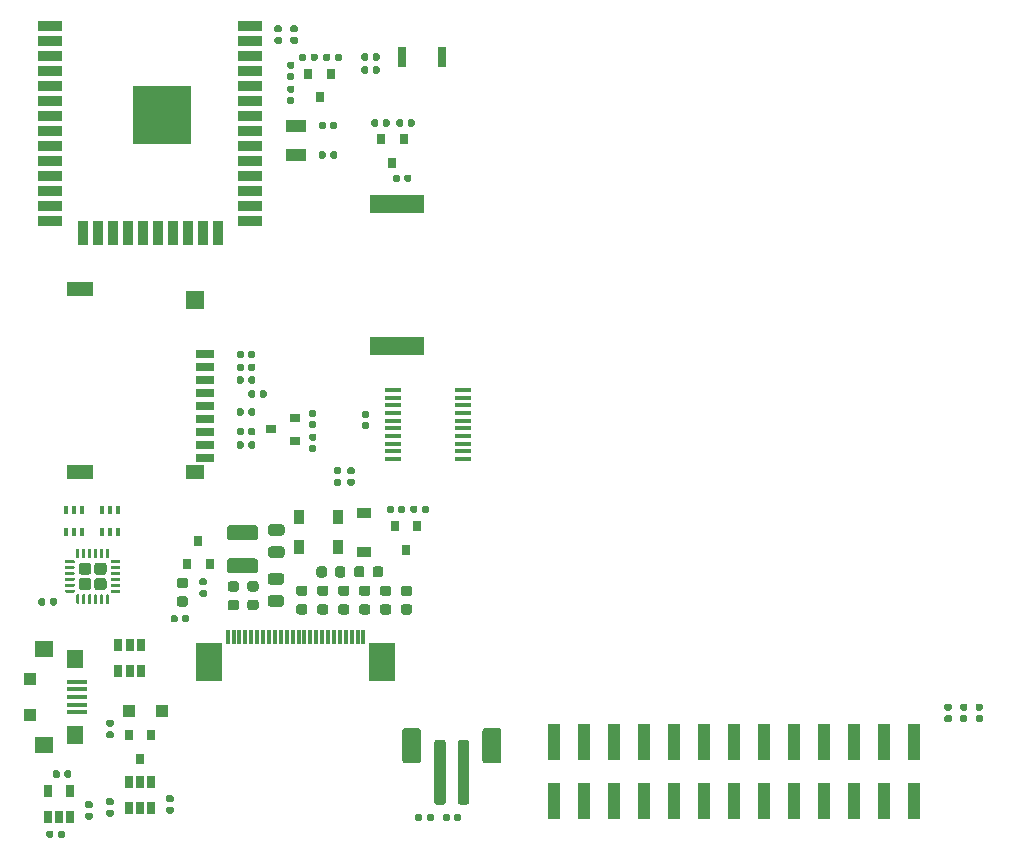
<source format=gbp>
G04 #@! TF.GenerationSoftware,KiCad,Pcbnew,5.99.0-unknown-711fc99~101~ubuntu18.04.1*
G04 #@! TF.CreationDate,2020-06-08T21:24:47+05:30*
G04 #@! TF.ProjectId,paperd.ink_main_pcb,70617065-7264-42e6-996e-6b5f6d61696e,rev?*
G04 #@! TF.SameCoordinates,Original*
G04 #@! TF.FileFunction,Paste,Bot*
G04 #@! TF.FilePolarity,Positive*
%FSLAX46Y46*%
G04 Gerber Fmt 4.6, Leading zero omitted, Abs format (unit mm)*
G04 Created by KiCad (PCBNEW 5.99.0-unknown-711fc99~101~ubuntu18.04.1) date 2020-06-08 21:24:47*
%MOMM*%
%LPD*%
G01*
G04 APERTURE LIST*
%ADD10R,4.600000X1.600000*%
%ADD11R,2.000000X0.900000*%
%ADD12R,0.900000X2.000000*%
%ADD13R,5.000000X5.000000*%
%ADD14R,2.200000X3.300000*%
%ADD15R,0.300000X1.300000*%
%ADD16R,0.650000X1.800000*%
%ADD17R,1.800000X1.000000*%
%ADD18R,0.800000X0.900000*%
%ADD19R,1.450000X0.450000*%
%ADD20R,1.600000X0.700000*%
%ADD21R,1.500000X1.200000*%
%ADD22R,1.500000X1.600000*%
%ADD23R,2.200000X1.200000*%
%ADD24R,0.900000X1.200000*%
%ADD25R,0.650000X1.060000*%
%ADD26R,0.400000X0.650000*%
%ADD27R,0.900000X0.800000*%
%ADD28R,1.000000X1.100000*%
%ADD29R,1.500000X1.350000*%
%ADD30R,1.400000X1.500000*%
%ADD31R,1.800000X0.400000*%
%ADD32R,1.100000X1.100000*%
%ADD33R,1.200000X0.900000*%
%ADD34R,1.000000X3.150000*%
G04 APERTURE END LIST*
D10*
X134042000Y-85850000D03*
X134042000Y-97840000D03*
D11*
X104630000Y-70815000D03*
X104630000Y-72085000D03*
X104630000Y-73355000D03*
X104630000Y-74625000D03*
X104630000Y-75895000D03*
X104630000Y-77165000D03*
X104630000Y-78435000D03*
X104630000Y-79705000D03*
X104630000Y-80975000D03*
X104630000Y-82245000D03*
X104630000Y-83515000D03*
X104630000Y-84785000D03*
X104630000Y-86055000D03*
X104630000Y-87325000D03*
D12*
X107415000Y-88325000D03*
X108685000Y-88325000D03*
X109955000Y-88325000D03*
X111225000Y-88325000D03*
X112495000Y-88325000D03*
X113765000Y-88325000D03*
X115035000Y-88325000D03*
X116305000Y-88325000D03*
X117575000Y-88325000D03*
X118845000Y-88325000D03*
D11*
X121630000Y-87325000D03*
X121630000Y-86055000D03*
X121630000Y-84785000D03*
X121630000Y-83515000D03*
X121630000Y-82245000D03*
X121630000Y-80975000D03*
X121630000Y-79705000D03*
X121630000Y-78435000D03*
X121630000Y-77165000D03*
X121630000Y-75895000D03*
X121630000Y-74625000D03*
X121630000Y-73355000D03*
X121630000Y-72085000D03*
X121630000Y-70815000D03*
D13*
X114130000Y-78315000D03*
D14*
X132796000Y-124650000D03*
D15*
X119696000Y-122480000D03*
D14*
X118096000Y-124650000D03*
D15*
X120196000Y-122480000D03*
X120696000Y-122480000D03*
X121196000Y-122480000D03*
X121696000Y-122480000D03*
X122196000Y-122480000D03*
X122696000Y-122480000D03*
X123196000Y-122480000D03*
X123696000Y-122480000D03*
X124196000Y-122480000D03*
X124696000Y-122480000D03*
X125196000Y-122480000D03*
X125696000Y-122480000D03*
X126196000Y-122480000D03*
X126696000Y-122480000D03*
X127196000Y-122480000D03*
X127696000Y-122480000D03*
X128196000Y-122480000D03*
X128696000Y-122480000D03*
X129196000Y-122480000D03*
X129696000Y-122480000D03*
X130196000Y-122480000D03*
X130696000Y-122480000D03*
X131196000Y-122480000D03*
D16*
X134425000Y-73390000D03*
X137875000Y-73390000D03*
D17*
X125510000Y-79210000D03*
X125510000Y-81710000D03*
D18*
X117210000Y-114370000D03*
X116260000Y-116370000D03*
X118160000Y-116370000D03*
G36*
G01*
X115603750Y-119070000D02*
X116116250Y-119070000D01*
G75*
G02*
X116335000Y-119288750I0J-218750D01*
G01*
X116335000Y-119726250D01*
G75*
G02*
X116116250Y-119945000I-218750J0D01*
G01*
X115603750Y-119945000D01*
G75*
G02*
X115385000Y-119726250I0J218750D01*
G01*
X115385000Y-119288750D01*
G75*
G02*
X115603750Y-119070000I218750J0D01*
G01*
G37*
G36*
G01*
X115603750Y-117495000D02*
X116116250Y-117495000D01*
G75*
G02*
X116335000Y-117713750I0J-218750D01*
G01*
X116335000Y-118151250D01*
G75*
G02*
X116116250Y-118370000I-218750J0D01*
G01*
X115603750Y-118370000D01*
G75*
G02*
X115385000Y-118151250I0J218750D01*
G01*
X115385000Y-117713750D01*
G75*
G02*
X115603750Y-117495000I218750J0D01*
G01*
G37*
G36*
G01*
X125713750Y-119732500D02*
X126226250Y-119732500D01*
G75*
G02*
X126445000Y-119951250I0J-218750D01*
G01*
X126445000Y-120388750D01*
G75*
G02*
X126226250Y-120607500I-218750J0D01*
G01*
X125713750Y-120607500D01*
G75*
G02*
X125495000Y-120388750I0J218750D01*
G01*
X125495000Y-119951250D01*
G75*
G02*
X125713750Y-119732500I218750J0D01*
G01*
G37*
G36*
G01*
X125713750Y-118157500D02*
X126226250Y-118157500D01*
G75*
G02*
X126445000Y-118376250I0J-218750D01*
G01*
X126445000Y-118813750D01*
G75*
G02*
X126226250Y-119032500I-218750J0D01*
G01*
X125713750Y-119032500D01*
G75*
G02*
X125495000Y-118813750I0J218750D01*
G01*
X125495000Y-118376250D01*
G75*
G02*
X125713750Y-118157500I218750J0D01*
G01*
G37*
G36*
G01*
X122096250Y-118660000D02*
X121583750Y-118660000D01*
G75*
G02*
X121365000Y-118441250I0J218750D01*
G01*
X121365000Y-118003750D01*
G75*
G02*
X121583750Y-117785000I218750J0D01*
G01*
X122096250Y-117785000D01*
G75*
G02*
X122315000Y-118003750I0J-218750D01*
G01*
X122315000Y-118441250D01*
G75*
G02*
X122096250Y-118660000I-218750J0D01*
G01*
G37*
G36*
G01*
X122096250Y-120235000D02*
X121583750Y-120235000D01*
G75*
G02*
X121365000Y-120016250I0J218750D01*
G01*
X121365000Y-119578750D01*
G75*
G02*
X121583750Y-119360000I218750J0D01*
G01*
X122096250Y-119360000D01*
G75*
G02*
X122315000Y-119578750I0J-218750D01*
G01*
X122315000Y-120016250D01*
G75*
G02*
X122096250Y-120235000I-218750J0D01*
G01*
G37*
G36*
G01*
X131548250Y-119032500D02*
X131035750Y-119032500D01*
G75*
G02*
X130817000Y-118813750I0J218750D01*
G01*
X130817000Y-118376250D01*
G75*
G02*
X131035750Y-118157500I218750J0D01*
G01*
X131548250Y-118157500D01*
G75*
G02*
X131767000Y-118376250I0J-218750D01*
G01*
X131767000Y-118813750D01*
G75*
G02*
X131548250Y-119032500I-218750J0D01*
G01*
G37*
G36*
G01*
X131548250Y-120607500D02*
X131035750Y-120607500D01*
G75*
G02*
X130817000Y-120388750I0J218750D01*
G01*
X130817000Y-119951250D01*
G75*
G02*
X131035750Y-119732500I218750J0D01*
G01*
X131548250Y-119732500D01*
G75*
G02*
X131767000Y-119951250I0J-218750D01*
G01*
X131767000Y-120388750D01*
G75*
G02*
X131548250Y-120607500I-218750J0D01*
G01*
G37*
G36*
G01*
X128000250Y-119032500D02*
X127487750Y-119032500D01*
G75*
G02*
X127269000Y-118813750I0J218750D01*
G01*
X127269000Y-118376250D01*
G75*
G02*
X127487750Y-118157500I218750J0D01*
G01*
X128000250Y-118157500D01*
G75*
G02*
X128219000Y-118376250I0J-218750D01*
G01*
X128219000Y-118813750D01*
G75*
G02*
X128000250Y-119032500I-218750J0D01*
G01*
G37*
G36*
G01*
X128000250Y-120607500D02*
X127487750Y-120607500D01*
G75*
G02*
X127269000Y-120388750I0J218750D01*
G01*
X127269000Y-119951250D01*
G75*
G02*
X127487750Y-119732500I218750J0D01*
G01*
X128000250Y-119732500D01*
G75*
G02*
X128219000Y-119951250I0J-218750D01*
G01*
X128219000Y-120388750D01*
G75*
G02*
X128000250Y-120607500I-218750J0D01*
G01*
G37*
G36*
G01*
X129774250Y-119032500D02*
X129261750Y-119032500D01*
G75*
G02*
X129043000Y-118813750I0J218750D01*
G01*
X129043000Y-118376250D01*
G75*
G02*
X129261750Y-118157500I218750J0D01*
G01*
X129774250Y-118157500D01*
G75*
G02*
X129993000Y-118376250I0J-218750D01*
G01*
X129993000Y-118813750D01*
G75*
G02*
X129774250Y-119032500I-218750J0D01*
G01*
G37*
G36*
G01*
X129774250Y-120607500D02*
X129261750Y-120607500D01*
G75*
G02*
X129043000Y-120388750I0J218750D01*
G01*
X129043000Y-119951250D01*
G75*
G02*
X129261750Y-119732500I218750J0D01*
G01*
X129774250Y-119732500D01*
G75*
G02*
X129993000Y-119951250I0J-218750D01*
G01*
X129993000Y-120388750D01*
G75*
G02*
X129774250Y-120607500I-218750J0D01*
G01*
G37*
G36*
G01*
X131980000Y-117246250D02*
X131980000Y-116733750D01*
G75*
G02*
X132198750Y-116515000I218750J0D01*
G01*
X132636250Y-116515000D01*
G75*
G02*
X132855000Y-116733750I0J-218750D01*
G01*
X132855000Y-117246250D01*
G75*
G02*
X132636250Y-117465000I-218750J0D01*
G01*
X132198750Y-117465000D01*
G75*
G02*
X131980000Y-117246250I0J218750D01*
G01*
G37*
G36*
G01*
X130405000Y-117246250D02*
X130405000Y-116733750D01*
G75*
G02*
X130623750Y-116515000I218750J0D01*
G01*
X131061250Y-116515000D01*
G75*
G02*
X131280000Y-116733750I0J-218750D01*
G01*
X131280000Y-117246250D01*
G75*
G02*
X131061250Y-117465000I-218750J0D01*
G01*
X130623750Y-117465000D01*
G75*
G02*
X130405000Y-117246250I0J218750D01*
G01*
G37*
G36*
G01*
X128790000Y-117256250D02*
X128790000Y-116743750D01*
G75*
G02*
X129008750Y-116525000I218750J0D01*
G01*
X129446250Y-116525000D01*
G75*
G02*
X129665000Y-116743750I0J-218750D01*
G01*
X129665000Y-117256250D01*
G75*
G02*
X129446250Y-117475000I-218750J0D01*
G01*
X129008750Y-117475000D01*
G75*
G02*
X128790000Y-117256250I0J218750D01*
G01*
G37*
G36*
G01*
X127215000Y-117256250D02*
X127215000Y-116743750D01*
G75*
G02*
X127433750Y-116525000I218750J0D01*
G01*
X127871250Y-116525000D01*
G75*
G02*
X128090000Y-116743750I0J-218750D01*
G01*
X128090000Y-117256250D01*
G75*
G02*
X127871250Y-117475000I-218750J0D01*
G01*
X127433750Y-117475000D01*
G75*
G02*
X127215000Y-117256250I0J218750D01*
G01*
G37*
G36*
G01*
X135096250Y-119032500D02*
X134583750Y-119032500D01*
G75*
G02*
X134365000Y-118813750I0J218750D01*
G01*
X134365000Y-118376250D01*
G75*
G02*
X134583750Y-118157500I218750J0D01*
G01*
X135096250Y-118157500D01*
G75*
G02*
X135315000Y-118376250I0J-218750D01*
G01*
X135315000Y-118813750D01*
G75*
G02*
X135096250Y-119032500I-218750J0D01*
G01*
G37*
G36*
G01*
X135096250Y-120607500D02*
X134583750Y-120607500D01*
G75*
G02*
X134365000Y-120388750I0J218750D01*
G01*
X134365000Y-119951250D01*
G75*
G02*
X134583750Y-119732500I218750J0D01*
G01*
X135096250Y-119732500D01*
G75*
G02*
X135315000Y-119951250I0J-218750D01*
G01*
X135315000Y-120388750D01*
G75*
G02*
X135096250Y-120607500I-218750J0D01*
G01*
G37*
G36*
G01*
X133322250Y-119032500D02*
X132809750Y-119032500D01*
G75*
G02*
X132591000Y-118813750I0J218750D01*
G01*
X132591000Y-118376250D01*
G75*
G02*
X132809750Y-118157500I218750J0D01*
G01*
X133322250Y-118157500D01*
G75*
G02*
X133541000Y-118376250I0J-218750D01*
G01*
X133541000Y-118813750D01*
G75*
G02*
X133322250Y-119032500I-218750J0D01*
G01*
G37*
G36*
G01*
X133322250Y-120607500D02*
X132809750Y-120607500D01*
G75*
G02*
X132591000Y-120388750I0J218750D01*
G01*
X132591000Y-119951250D01*
G75*
G02*
X132809750Y-119732500I218750J0D01*
G01*
X133322250Y-119732500D01*
G75*
G02*
X133541000Y-119951250I0J-218750D01*
G01*
X133541000Y-120388750D01*
G75*
G02*
X133322250Y-120607500I-218750J0D01*
G01*
G37*
G36*
G01*
X120436250Y-118680000D02*
X119923750Y-118680000D01*
G75*
G02*
X119705000Y-118461250I0J218750D01*
G01*
X119705000Y-118023750D01*
G75*
G02*
X119923750Y-117805000I218750J0D01*
G01*
X120436250Y-117805000D01*
G75*
G02*
X120655000Y-118023750I0J-218750D01*
G01*
X120655000Y-118461250D01*
G75*
G02*
X120436250Y-118680000I-218750J0D01*
G01*
G37*
G36*
G01*
X120436250Y-120255000D02*
X119923750Y-120255000D01*
G75*
G02*
X119705000Y-120036250I0J218750D01*
G01*
X119705000Y-119598750D01*
G75*
G02*
X119923750Y-119380000I218750J0D01*
G01*
X120436250Y-119380000D01*
G75*
G02*
X120655000Y-119598750I0J-218750D01*
G01*
X120655000Y-120036250D01*
G75*
G02*
X120436250Y-120255000I-218750J0D01*
G01*
G37*
G36*
G01*
X124266250Y-113945000D02*
X123353750Y-113945000D01*
G75*
G02*
X123110000Y-113701250I0J243750D01*
G01*
X123110000Y-113213750D01*
G75*
G02*
X123353750Y-112970000I243750J0D01*
G01*
X124266250Y-112970000D01*
G75*
G02*
X124510000Y-113213750I0J-243750D01*
G01*
X124510000Y-113701250D01*
G75*
G02*
X124266250Y-113945000I-243750J0D01*
G01*
G37*
G36*
G01*
X124266250Y-115820000D02*
X123353750Y-115820000D01*
G75*
G02*
X123110000Y-115576250I0J243750D01*
G01*
X123110000Y-115088750D01*
G75*
G02*
X123353750Y-114845000I243750J0D01*
G01*
X124266250Y-114845000D01*
G75*
G02*
X124510000Y-115088750I0J-243750D01*
G01*
X124510000Y-115576250D01*
G75*
G02*
X124266250Y-115820000I-243750J0D01*
G01*
G37*
G36*
G01*
X124236250Y-118075000D02*
X123323750Y-118075000D01*
G75*
G02*
X123080000Y-117831250I0J243750D01*
G01*
X123080000Y-117343750D01*
G75*
G02*
X123323750Y-117100000I243750J0D01*
G01*
X124236250Y-117100000D01*
G75*
G02*
X124480000Y-117343750I0J-243750D01*
G01*
X124480000Y-117831250D01*
G75*
G02*
X124236250Y-118075000I-243750J0D01*
G01*
G37*
G36*
G01*
X124236250Y-119950000D02*
X123323750Y-119950000D01*
G75*
G02*
X123080000Y-119706250I0J243750D01*
G01*
X123080000Y-119218750D01*
G75*
G02*
X123323750Y-118975000I243750J0D01*
G01*
X124236250Y-118975000D01*
G75*
G02*
X124480000Y-119218750I0J-243750D01*
G01*
X124480000Y-119706250D01*
G75*
G02*
X124236250Y-119950000I-243750J0D01*
G01*
G37*
G36*
G01*
X131197500Y-104340000D02*
X131542500Y-104340000D01*
G75*
G02*
X131690000Y-104487500I0J-147500D01*
G01*
X131690000Y-104782500D01*
G75*
G02*
X131542500Y-104930000I-147500J0D01*
G01*
X131197500Y-104930000D01*
G75*
G02*
X131050000Y-104782500I0J147500D01*
G01*
X131050000Y-104487500D01*
G75*
G02*
X131197500Y-104340000I147500J0D01*
G01*
G37*
G36*
G01*
X131197500Y-103370000D02*
X131542500Y-103370000D01*
G75*
G02*
X131690000Y-103517500I0J-147500D01*
G01*
X131690000Y-103812500D01*
G75*
G02*
X131542500Y-103960000I-147500J0D01*
G01*
X131197500Y-103960000D01*
G75*
G02*
X131050000Y-103812500I0J147500D01*
G01*
X131050000Y-103517500D01*
G75*
G02*
X131197500Y-103370000I147500J0D01*
G01*
G37*
D19*
X139610000Y-107455000D03*
X139610000Y-106805000D03*
X139610000Y-106155000D03*
X139610000Y-105505000D03*
X139610000Y-104855000D03*
X139610000Y-104205000D03*
X139610000Y-103555000D03*
X139610000Y-102905000D03*
X139610000Y-102255000D03*
X139610000Y-101605000D03*
X133710000Y-101605000D03*
X133710000Y-102255000D03*
X133710000Y-102905000D03*
X133710000Y-103555000D03*
X133710000Y-104205000D03*
X133710000Y-104855000D03*
X133710000Y-105505000D03*
X133710000Y-106155000D03*
X133710000Y-106805000D03*
X133710000Y-107455000D03*
D20*
X117810000Y-100756000D03*
X117810000Y-99656000D03*
X117810000Y-98556000D03*
X117810000Y-101856000D03*
X117810000Y-102956000D03*
X117810000Y-104056000D03*
X117810000Y-106256000D03*
X117810000Y-105156000D03*
X117810000Y-107356000D03*
D21*
X116910000Y-108556000D03*
D22*
X116940000Y-93986000D03*
D23*
X107220000Y-108556000D03*
X107230000Y-93076000D03*
G36*
G01*
X128385000Y-81872500D02*
X128385000Y-81527500D01*
G75*
G02*
X128532500Y-81380000I147500J0D01*
G01*
X128827500Y-81380000D01*
G75*
G02*
X128975000Y-81527500I0J-147500D01*
G01*
X128975000Y-81872500D01*
G75*
G02*
X128827500Y-82020000I-147500J0D01*
G01*
X128532500Y-82020000D01*
G75*
G02*
X128385000Y-81872500I0J147500D01*
G01*
G37*
G36*
G01*
X127415000Y-81872500D02*
X127415000Y-81527500D01*
G75*
G02*
X127562500Y-81380000I147500J0D01*
G01*
X127857500Y-81380000D01*
G75*
G02*
X128005000Y-81527500I0J-147500D01*
G01*
X128005000Y-81872500D01*
G75*
G02*
X127857500Y-82020000I-147500J0D01*
G01*
X127562500Y-82020000D01*
G75*
G02*
X127415000Y-81872500I0J147500D01*
G01*
G37*
D24*
X129060000Y-112310000D03*
X125760000Y-112310000D03*
G36*
G01*
X110557500Y-118755000D02*
X109857500Y-118755000D01*
G75*
G02*
X109795000Y-118692500I0J62500D01*
G01*
X109795000Y-118567500D01*
G75*
G02*
X109857500Y-118505000I62500J0D01*
G01*
X110557500Y-118505000D01*
G75*
G02*
X110620000Y-118567500I0J-62500D01*
G01*
X110620000Y-118692500D01*
G75*
G02*
X110557500Y-118755000I-62500J0D01*
G01*
G37*
G36*
G01*
X110557500Y-118255000D02*
X109857500Y-118255000D01*
G75*
G02*
X109795000Y-118192500I0J62500D01*
G01*
X109795000Y-118067500D01*
G75*
G02*
X109857500Y-118005000I62500J0D01*
G01*
X110557500Y-118005000D01*
G75*
G02*
X110620000Y-118067500I0J-62500D01*
G01*
X110620000Y-118192500D01*
G75*
G02*
X110557500Y-118255000I-62500J0D01*
G01*
G37*
G36*
G01*
X110557500Y-117755000D02*
X109857500Y-117755000D01*
G75*
G02*
X109795000Y-117692500I0J62500D01*
G01*
X109795000Y-117567500D01*
G75*
G02*
X109857500Y-117505000I62500J0D01*
G01*
X110557500Y-117505000D01*
G75*
G02*
X110620000Y-117567500I0J-62500D01*
G01*
X110620000Y-117692500D01*
G75*
G02*
X110557500Y-117755000I-62500J0D01*
G01*
G37*
G36*
G01*
X110557500Y-117255000D02*
X109857500Y-117255000D01*
G75*
G02*
X109795000Y-117192500I0J62500D01*
G01*
X109795000Y-117067500D01*
G75*
G02*
X109857500Y-117005000I62500J0D01*
G01*
X110557500Y-117005000D01*
G75*
G02*
X110620000Y-117067500I0J-62500D01*
G01*
X110620000Y-117192500D01*
G75*
G02*
X110557500Y-117255000I-62500J0D01*
G01*
G37*
G36*
G01*
X110557500Y-116755000D02*
X109857500Y-116755000D01*
G75*
G02*
X109795000Y-116692500I0J62500D01*
G01*
X109795000Y-116567500D01*
G75*
G02*
X109857500Y-116505000I62500J0D01*
G01*
X110557500Y-116505000D01*
G75*
G02*
X110620000Y-116567500I0J-62500D01*
G01*
X110620000Y-116692500D01*
G75*
G02*
X110557500Y-116755000I-62500J0D01*
G01*
G37*
G36*
G01*
X110557500Y-116255000D02*
X109857500Y-116255000D01*
G75*
G02*
X109795000Y-116192500I0J62500D01*
G01*
X109795000Y-116067500D01*
G75*
G02*
X109857500Y-116005000I62500J0D01*
G01*
X110557500Y-116005000D01*
G75*
G02*
X110620000Y-116067500I0J-62500D01*
G01*
X110620000Y-116192500D01*
G75*
G02*
X110557500Y-116255000I-62500J0D01*
G01*
G37*
G36*
G01*
X109582500Y-115855000D02*
X109457500Y-115855000D01*
G75*
G02*
X109395000Y-115792500I0J62500D01*
G01*
X109395000Y-115092500D01*
G75*
G02*
X109457500Y-115030000I62500J0D01*
G01*
X109582500Y-115030000D01*
G75*
G02*
X109645000Y-115092500I0J-62500D01*
G01*
X109645000Y-115792500D01*
G75*
G02*
X109582500Y-115855000I-62500J0D01*
G01*
G37*
G36*
G01*
X109082500Y-115855000D02*
X108957500Y-115855000D01*
G75*
G02*
X108895000Y-115792500I0J62500D01*
G01*
X108895000Y-115092500D01*
G75*
G02*
X108957500Y-115030000I62500J0D01*
G01*
X109082500Y-115030000D01*
G75*
G02*
X109145000Y-115092500I0J-62500D01*
G01*
X109145000Y-115792500D01*
G75*
G02*
X109082500Y-115855000I-62500J0D01*
G01*
G37*
G36*
G01*
X108582500Y-115855000D02*
X108457500Y-115855000D01*
G75*
G02*
X108395000Y-115792500I0J62500D01*
G01*
X108395000Y-115092500D01*
G75*
G02*
X108457500Y-115030000I62500J0D01*
G01*
X108582500Y-115030000D01*
G75*
G02*
X108645000Y-115092500I0J-62500D01*
G01*
X108645000Y-115792500D01*
G75*
G02*
X108582500Y-115855000I-62500J0D01*
G01*
G37*
G36*
G01*
X108082500Y-115855000D02*
X107957500Y-115855000D01*
G75*
G02*
X107895000Y-115792500I0J62500D01*
G01*
X107895000Y-115092500D01*
G75*
G02*
X107957500Y-115030000I62500J0D01*
G01*
X108082500Y-115030000D01*
G75*
G02*
X108145000Y-115092500I0J-62500D01*
G01*
X108145000Y-115792500D01*
G75*
G02*
X108082500Y-115855000I-62500J0D01*
G01*
G37*
G36*
G01*
X107582500Y-115855000D02*
X107457500Y-115855000D01*
G75*
G02*
X107395000Y-115792500I0J62500D01*
G01*
X107395000Y-115092500D01*
G75*
G02*
X107457500Y-115030000I62500J0D01*
G01*
X107582500Y-115030000D01*
G75*
G02*
X107645000Y-115092500I0J-62500D01*
G01*
X107645000Y-115792500D01*
G75*
G02*
X107582500Y-115855000I-62500J0D01*
G01*
G37*
G36*
G01*
X107082500Y-115855000D02*
X106957500Y-115855000D01*
G75*
G02*
X106895000Y-115792500I0J62500D01*
G01*
X106895000Y-115092500D01*
G75*
G02*
X106957500Y-115030000I62500J0D01*
G01*
X107082500Y-115030000D01*
G75*
G02*
X107145000Y-115092500I0J-62500D01*
G01*
X107145000Y-115792500D01*
G75*
G02*
X107082500Y-115855000I-62500J0D01*
G01*
G37*
G36*
G01*
X106682500Y-116255000D02*
X105982500Y-116255000D01*
G75*
G02*
X105920000Y-116192500I0J62500D01*
G01*
X105920000Y-116067500D01*
G75*
G02*
X105982500Y-116005000I62500J0D01*
G01*
X106682500Y-116005000D01*
G75*
G02*
X106745000Y-116067500I0J-62500D01*
G01*
X106745000Y-116192500D01*
G75*
G02*
X106682500Y-116255000I-62500J0D01*
G01*
G37*
G36*
G01*
X106682500Y-116755000D02*
X105982500Y-116755000D01*
G75*
G02*
X105920000Y-116692500I0J62500D01*
G01*
X105920000Y-116567500D01*
G75*
G02*
X105982500Y-116505000I62500J0D01*
G01*
X106682500Y-116505000D01*
G75*
G02*
X106745000Y-116567500I0J-62500D01*
G01*
X106745000Y-116692500D01*
G75*
G02*
X106682500Y-116755000I-62500J0D01*
G01*
G37*
G36*
G01*
X106682500Y-117255000D02*
X105982500Y-117255000D01*
G75*
G02*
X105920000Y-117192500I0J62500D01*
G01*
X105920000Y-117067500D01*
G75*
G02*
X105982500Y-117005000I62500J0D01*
G01*
X106682500Y-117005000D01*
G75*
G02*
X106745000Y-117067500I0J-62500D01*
G01*
X106745000Y-117192500D01*
G75*
G02*
X106682500Y-117255000I-62500J0D01*
G01*
G37*
G36*
G01*
X106682500Y-117755000D02*
X105982500Y-117755000D01*
G75*
G02*
X105920000Y-117692500I0J62500D01*
G01*
X105920000Y-117567500D01*
G75*
G02*
X105982500Y-117505000I62500J0D01*
G01*
X106682500Y-117505000D01*
G75*
G02*
X106745000Y-117567500I0J-62500D01*
G01*
X106745000Y-117692500D01*
G75*
G02*
X106682500Y-117755000I-62500J0D01*
G01*
G37*
G36*
G01*
X106682500Y-118255000D02*
X105982500Y-118255000D01*
G75*
G02*
X105920000Y-118192500I0J62500D01*
G01*
X105920000Y-118067500D01*
G75*
G02*
X105982500Y-118005000I62500J0D01*
G01*
X106682500Y-118005000D01*
G75*
G02*
X106745000Y-118067500I0J-62500D01*
G01*
X106745000Y-118192500D01*
G75*
G02*
X106682500Y-118255000I-62500J0D01*
G01*
G37*
G36*
G01*
X106682500Y-118755000D02*
X105982500Y-118755000D01*
G75*
G02*
X105920000Y-118692500I0J62500D01*
G01*
X105920000Y-118567500D01*
G75*
G02*
X105982500Y-118505000I62500J0D01*
G01*
X106682500Y-118505000D01*
G75*
G02*
X106745000Y-118567500I0J-62500D01*
G01*
X106745000Y-118692500D01*
G75*
G02*
X106682500Y-118755000I-62500J0D01*
G01*
G37*
G36*
G01*
X107082500Y-119730000D02*
X106957500Y-119730000D01*
G75*
G02*
X106895000Y-119667500I0J62500D01*
G01*
X106895000Y-118967500D01*
G75*
G02*
X106957500Y-118905000I62500J0D01*
G01*
X107082500Y-118905000D01*
G75*
G02*
X107145000Y-118967500I0J-62500D01*
G01*
X107145000Y-119667500D01*
G75*
G02*
X107082500Y-119730000I-62500J0D01*
G01*
G37*
G36*
G01*
X107582500Y-119730000D02*
X107457500Y-119730000D01*
G75*
G02*
X107395000Y-119667500I0J62500D01*
G01*
X107395000Y-118967500D01*
G75*
G02*
X107457500Y-118905000I62500J0D01*
G01*
X107582500Y-118905000D01*
G75*
G02*
X107645000Y-118967500I0J-62500D01*
G01*
X107645000Y-119667500D01*
G75*
G02*
X107582500Y-119730000I-62500J0D01*
G01*
G37*
G36*
G01*
X108082500Y-119730000D02*
X107957500Y-119730000D01*
G75*
G02*
X107895000Y-119667500I0J62500D01*
G01*
X107895000Y-118967500D01*
G75*
G02*
X107957500Y-118905000I62500J0D01*
G01*
X108082500Y-118905000D01*
G75*
G02*
X108145000Y-118967500I0J-62500D01*
G01*
X108145000Y-119667500D01*
G75*
G02*
X108082500Y-119730000I-62500J0D01*
G01*
G37*
G36*
G01*
X108582500Y-119730000D02*
X108457500Y-119730000D01*
G75*
G02*
X108395000Y-119667500I0J62500D01*
G01*
X108395000Y-118967500D01*
G75*
G02*
X108457500Y-118905000I62500J0D01*
G01*
X108582500Y-118905000D01*
G75*
G02*
X108645000Y-118967500I0J-62500D01*
G01*
X108645000Y-119667500D01*
G75*
G02*
X108582500Y-119730000I-62500J0D01*
G01*
G37*
G36*
G01*
X109082500Y-119730000D02*
X108957500Y-119730000D01*
G75*
G02*
X108895000Y-119667500I0J62500D01*
G01*
X108895000Y-118967500D01*
G75*
G02*
X108957500Y-118905000I62500J0D01*
G01*
X109082500Y-118905000D01*
G75*
G02*
X109145000Y-118967500I0J-62500D01*
G01*
X109145000Y-119667500D01*
G75*
G02*
X109082500Y-119730000I-62500J0D01*
G01*
G37*
G36*
G01*
X109582500Y-119730000D02*
X109457500Y-119730000D01*
G75*
G02*
X109395000Y-119667500I0J62500D01*
G01*
X109395000Y-118967500D01*
G75*
G02*
X109457500Y-118905000I62500J0D01*
G01*
X109582500Y-118905000D01*
G75*
G02*
X109645000Y-118967500I0J-62500D01*
G01*
X109645000Y-119667500D01*
G75*
G02*
X109582500Y-119730000I-62500J0D01*
G01*
G37*
G36*
G01*
X107895001Y-117255000D02*
X107344999Y-117255000D01*
G75*
G02*
X107095000Y-117005001I0J249999D01*
G01*
X107095000Y-116454999D01*
G75*
G02*
X107344999Y-116205000I249999J0D01*
G01*
X107895001Y-116205000D01*
G75*
G02*
X108145000Y-116454999I0J-249999D01*
G01*
X108145000Y-117005001D01*
G75*
G02*
X107895001Y-117255000I-249999J0D01*
G01*
G37*
G36*
G01*
X109195001Y-117255000D02*
X108644999Y-117255000D01*
G75*
G02*
X108395000Y-117005001I0J249999D01*
G01*
X108395000Y-116454999D01*
G75*
G02*
X108644999Y-116205000I249999J0D01*
G01*
X109195001Y-116205000D01*
G75*
G02*
X109445000Y-116454999I0J-249999D01*
G01*
X109445000Y-117005001D01*
G75*
G02*
X109195001Y-117255000I-249999J0D01*
G01*
G37*
G36*
G01*
X107895001Y-118555000D02*
X107344999Y-118555000D01*
G75*
G02*
X107095000Y-118305001I0J249999D01*
G01*
X107095000Y-117754999D01*
G75*
G02*
X107344999Y-117505000I249999J0D01*
G01*
X107895001Y-117505000D01*
G75*
G02*
X108145000Y-117754999I0J-249999D01*
G01*
X108145000Y-118305001D01*
G75*
G02*
X107895001Y-118555000I-249999J0D01*
G01*
G37*
G36*
G01*
X109195001Y-118555000D02*
X108644999Y-118555000D01*
G75*
G02*
X108395000Y-118305001I0J249999D01*
G01*
X108395000Y-117754999D01*
G75*
G02*
X108644999Y-117505000I249999J0D01*
G01*
X109195001Y-117505000D01*
G75*
G02*
X109445000Y-117754999I0J-249999D01*
G01*
X109445000Y-118305001D01*
G75*
G02*
X109195001Y-118555000I-249999J0D01*
G01*
G37*
D25*
X111400000Y-123230000D03*
X112350000Y-123230000D03*
X110450000Y-123230000D03*
X110450000Y-125430000D03*
X111400000Y-125430000D03*
X112350000Y-125430000D03*
X112268000Y-136990000D03*
X111318000Y-136990000D03*
X113218000Y-136990000D03*
X113218000Y-134790000D03*
X112268000Y-134790000D03*
X111318000Y-134790000D03*
X106360000Y-135552000D03*
X104460000Y-135552000D03*
X104460000Y-137752000D03*
X105410000Y-137752000D03*
X106360000Y-137752000D03*
G36*
G01*
X136551000Y-137954500D02*
X136551000Y-137609500D01*
G75*
G02*
X136698500Y-137462000I147500J0D01*
G01*
X136993500Y-137462000D01*
G75*
G02*
X137141000Y-137609500I0J-147500D01*
G01*
X137141000Y-137954500D01*
G75*
G02*
X136993500Y-138102000I-147500J0D01*
G01*
X136698500Y-138102000D01*
G75*
G02*
X136551000Y-137954500I0J147500D01*
G01*
G37*
G36*
G01*
X135581000Y-137954500D02*
X135581000Y-137609500D01*
G75*
G02*
X135728500Y-137462000I147500J0D01*
G01*
X136023500Y-137462000D01*
G75*
G02*
X136171000Y-137609500I0J-147500D01*
G01*
X136171000Y-137954500D01*
G75*
G02*
X136023500Y-138102000I-147500J0D01*
G01*
X135728500Y-138102000D01*
G75*
G02*
X135581000Y-137954500I0J147500D01*
G01*
G37*
G36*
G01*
X134945000Y-79162500D02*
X134945000Y-78817500D01*
G75*
G02*
X135092500Y-78670000I147500J0D01*
G01*
X135387500Y-78670000D01*
G75*
G02*
X135535000Y-78817500I0J-147500D01*
G01*
X135535000Y-79162500D01*
G75*
G02*
X135387500Y-79310000I-147500J0D01*
G01*
X135092500Y-79310000D01*
G75*
G02*
X134945000Y-79162500I0J147500D01*
G01*
G37*
G36*
G01*
X133975000Y-79162500D02*
X133975000Y-78817500D01*
G75*
G02*
X134122500Y-78670000I147500J0D01*
G01*
X134417500Y-78670000D01*
G75*
G02*
X134565000Y-78817500I0J-147500D01*
G01*
X134565000Y-79162500D01*
G75*
G02*
X134417500Y-79310000I-147500J0D01*
G01*
X134122500Y-79310000D01*
G75*
G02*
X133975000Y-79162500I0J147500D01*
G01*
G37*
G36*
G01*
X132430000Y-78817500D02*
X132430000Y-79162500D01*
G75*
G02*
X132282500Y-79310000I-147500J0D01*
G01*
X131987500Y-79310000D01*
G75*
G02*
X131840000Y-79162500I0J147500D01*
G01*
X131840000Y-78817500D01*
G75*
G02*
X131987500Y-78670000I147500J0D01*
G01*
X132282500Y-78670000D01*
G75*
G02*
X132430000Y-78817500I0J-147500D01*
G01*
G37*
G36*
G01*
X133400000Y-78817500D02*
X133400000Y-79162500D01*
G75*
G02*
X133252500Y-79310000I-147500J0D01*
G01*
X132957500Y-79310000D01*
G75*
G02*
X132810000Y-79162500I0J147500D01*
G01*
X132810000Y-78817500D01*
G75*
G02*
X132957500Y-78670000I147500J0D01*
G01*
X133252500Y-78670000D01*
G75*
G02*
X133400000Y-78817500I0J-147500D01*
G01*
G37*
G36*
G01*
X134285000Y-83507500D02*
X134285000Y-83852500D01*
G75*
G02*
X134137500Y-84000000I-147500J0D01*
G01*
X133842500Y-84000000D01*
G75*
G02*
X133695000Y-83852500I0J147500D01*
G01*
X133695000Y-83507500D01*
G75*
G02*
X133842500Y-83360000I147500J0D01*
G01*
X134137500Y-83360000D01*
G75*
G02*
X134285000Y-83507500I0J-147500D01*
G01*
G37*
G36*
G01*
X135255000Y-83507500D02*
X135255000Y-83852500D01*
G75*
G02*
X135107500Y-84000000I-147500J0D01*
G01*
X134812500Y-84000000D01*
G75*
G02*
X134665000Y-83852500I0J147500D01*
G01*
X134665000Y-83507500D01*
G75*
G02*
X134812500Y-83360000I147500J0D01*
G01*
X135107500Y-83360000D01*
G75*
G02*
X135255000Y-83507500I0J-147500D01*
G01*
G37*
G36*
G01*
X131980000Y-73562500D02*
X131980000Y-73217500D01*
G75*
G02*
X132127500Y-73070000I147500J0D01*
G01*
X132422500Y-73070000D01*
G75*
G02*
X132570000Y-73217500I0J-147500D01*
G01*
X132570000Y-73562500D01*
G75*
G02*
X132422500Y-73710000I-147500J0D01*
G01*
X132127500Y-73710000D01*
G75*
G02*
X131980000Y-73562500I0J147500D01*
G01*
G37*
G36*
G01*
X131010000Y-73562500D02*
X131010000Y-73217500D01*
G75*
G02*
X131157500Y-73070000I147500J0D01*
G01*
X131452500Y-73070000D01*
G75*
G02*
X131600000Y-73217500I0J-147500D01*
G01*
X131600000Y-73562500D01*
G75*
G02*
X131452500Y-73710000I-147500J0D01*
G01*
X131157500Y-73710000D01*
G75*
G02*
X131010000Y-73562500I0J147500D01*
G01*
G37*
G36*
G01*
X183167500Y-129120000D02*
X183512500Y-129120000D01*
G75*
G02*
X183660000Y-129267500I0J-147500D01*
G01*
X183660000Y-129562500D01*
G75*
G02*
X183512500Y-129710000I-147500J0D01*
G01*
X183167500Y-129710000D01*
G75*
G02*
X183020000Y-129562500I0J147500D01*
G01*
X183020000Y-129267500D01*
G75*
G02*
X183167500Y-129120000I147500J0D01*
G01*
G37*
G36*
G01*
X183167500Y-128150000D02*
X183512500Y-128150000D01*
G75*
G02*
X183660000Y-128297500I0J-147500D01*
G01*
X183660000Y-128592500D01*
G75*
G02*
X183512500Y-128740000I-147500J0D01*
G01*
X183167500Y-128740000D01*
G75*
G02*
X183020000Y-128592500I0J147500D01*
G01*
X183020000Y-128297500D01*
G75*
G02*
X183167500Y-128150000I147500J0D01*
G01*
G37*
G36*
G01*
X180517500Y-129120000D02*
X180862500Y-129120000D01*
G75*
G02*
X181010000Y-129267500I0J-147500D01*
G01*
X181010000Y-129562500D01*
G75*
G02*
X180862500Y-129710000I-147500J0D01*
G01*
X180517500Y-129710000D01*
G75*
G02*
X180370000Y-129562500I0J147500D01*
G01*
X180370000Y-129267500D01*
G75*
G02*
X180517500Y-129120000I147500J0D01*
G01*
G37*
G36*
G01*
X180517500Y-128150000D02*
X180862500Y-128150000D01*
G75*
G02*
X181010000Y-128297500I0J-147500D01*
G01*
X181010000Y-128592500D01*
G75*
G02*
X180862500Y-128740000I-147500J0D01*
G01*
X180517500Y-128740000D01*
G75*
G02*
X180370000Y-128592500I0J147500D01*
G01*
X180370000Y-128297500D01*
G75*
G02*
X180517500Y-128150000I147500J0D01*
G01*
G37*
G36*
G01*
X181842500Y-129120000D02*
X182187500Y-129120000D01*
G75*
G02*
X182335000Y-129267500I0J-147500D01*
G01*
X182335000Y-129562500D01*
G75*
G02*
X182187500Y-129710000I-147500J0D01*
G01*
X181842500Y-129710000D01*
G75*
G02*
X181695000Y-129562500I0J147500D01*
G01*
X181695000Y-129267500D01*
G75*
G02*
X181842500Y-129120000I147500J0D01*
G01*
G37*
G36*
G01*
X181842500Y-128150000D02*
X182187500Y-128150000D01*
G75*
G02*
X182335000Y-128297500I0J-147500D01*
G01*
X182335000Y-128592500D01*
G75*
G02*
X182187500Y-128740000I-147500J0D01*
G01*
X181842500Y-128740000D01*
G75*
G02*
X181695000Y-128592500I0J147500D01*
G01*
X181695000Y-128297500D01*
G75*
G02*
X181842500Y-128150000I147500J0D01*
G01*
G37*
G36*
G01*
X126717500Y-104235000D02*
X127062500Y-104235000D01*
G75*
G02*
X127210000Y-104382500I0J-147500D01*
G01*
X127210000Y-104677500D01*
G75*
G02*
X127062500Y-104825000I-147500J0D01*
G01*
X126717500Y-104825000D01*
G75*
G02*
X126570000Y-104677500I0J147500D01*
G01*
X126570000Y-104382500D01*
G75*
G02*
X126717500Y-104235000I147500J0D01*
G01*
G37*
G36*
G01*
X126717500Y-103265000D02*
X127062500Y-103265000D01*
G75*
G02*
X127210000Y-103412500I0J-147500D01*
G01*
X127210000Y-103707500D01*
G75*
G02*
X127062500Y-103855000I-147500J0D01*
G01*
X126717500Y-103855000D01*
G75*
G02*
X126570000Y-103707500I0J147500D01*
G01*
X126570000Y-103412500D01*
G75*
G02*
X126717500Y-103265000I147500J0D01*
G01*
G37*
G36*
G01*
X126717500Y-106260000D02*
X127062500Y-106260000D01*
G75*
G02*
X127210000Y-106407500I0J-147500D01*
G01*
X127210000Y-106702500D01*
G75*
G02*
X127062500Y-106850000I-147500J0D01*
G01*
X126717500Y-106850000D01*
G75*
G02*
X126570000Y-106702500I0J147500D01*
G01*
X126570000Y-106407500D01*
G75*
G02*
X126717500Y-106260000I147500J0D01*
G01*
G37*
G36*
G01*
X126717500Y-105290000D02*
X127062500Y-105290000D01*
G75*
G02*
X127210000Y-105437500I0J-147500D01*
G01*
X127210000Y-105732500D01*
G75*
G02*
X127062500Y-105880000I-147500J0D01*
G01*
X126717500Y-105880000D01*
G75*
G02*
X126570000Y-105732500I0J147500D01*
G01*
X126570000Y-105437500D01*
G75*
G02*
X126717500Y-105290000I147500J0D01*
G01*
G37*
G36*
G01*
X128824501Y-109115000D02*
X129169501Y-109115000D01*
G75*
G02*
X129317001Y-109262500I0J-147500D01*
G01*
X129317001Y-109557500D01*
G75*
G02*
X129169501Y-109705000I-147500J0D01*
G01*
X128824501Y-109705000D01*
G75*
G02*
X128677001Y-109557500I0J147500D01*
G01*
X128677001Y-109262500D01*
G75*
G02*
X128824501Y-109115000I147500J0D01*
G01*
G37*
G36*
G01*
X128824501Y-108145000D02*
X129169501Y-108145000D01*
G75*
G02*
X129317001Y-108292500I0J-147500D01*
G01*
X129317001Y-108587500D01*
G75*
G02*
X129169501Y-108735000I-147500J0D01*
G01*
X128824501Y-108735000D01*
G75*
G02*
X128677001Y-108587500I0J147500D01*
G01*
X128677001Y-108292500D01*
G75*
G02*
X128824501Y-108145000I147500J0D01*
G01*
G37*
G36*
G01*
X129967500Y-109115000D02*
X130312500Y-109115000D01*
G75*
G02*
X130460000Y-109262500I0J-147500D01*
G01*
X130460000Y-109557500D01*
G75*
G02*
X130312500Y-109705000I-147500J0D01*
G01*
X129967500Y-109705000D01*
G75*
G02*
X129820000Y-109557500I0J147500D01*
G01*
X129820000Y-109262500D01*
G75*
G02*
X129967500Y-109115000I147500J0D01*
G01*
G37*
G36*
G01*
X129967500Y-108145000D02*
X130312500Y-108145000D01*
G75*
G02*
X130460000Y-108292500I0J-147500D01*
G01*
X130460000Y-108587500D01*
G75*
G02*
X130312500Y-108735000I-147500J0D01*
G01*
X129967500Y-108735000D01*
G75*
G02*
X129820000Y-108587500I0J147500D01*
G01*
X129820000Y-108292500D01*
G75*
G02*
X129967500Y-108145000I147500J0D01*
G01*
G37*
G36*
G01*
X121065000Y-98427500D02*
X121065000Y-98772500D01*
G75*
G02*
X120917500Y-98920000I-147500J0D01*
G01*
X120622500Y-98920000D01*
G75*
G02*
X120475000Y-98772500I0J147500D01*
G01*
X120475000Y-98427500D01*
G75*
G02*
X120622500Y-98280000I147500J0D01*
G01*
X120917500Y-98280000D01*
G75*
G02*
X121065000Y-98427500I0J-147500D01*
G01*
G37*
G36*
G01*
X122035000Y-98427500D02*
X122035000Y-98772500D01*
G75*
G02*
X121887500Y-98920000I-147500J0D01*
G01*
X121592500Y-98920000D01*
G75*
G02*
X121445000Y-98772500I0J147500D01*
G01*
X121445000Y-98427500D01*
G75*
G02*
X121592500Y-98280000I147500J0D01*
G01*
X121887500Y-98280000D01*
G75*
G02*
X122035000Y-98427500I0J-147500D01*
G01*
G37*
G36*
G01*
X121065000Y-99502500D02*
X121065000Y-99847500D01*
G75*
G02*
X120917500Y-99995000I-147500J0D01*
G01*
X120622500Y-99995000D01*
G75*
G02*
X120475000Y-99847500I0J147500D01*
G01*
X120475000Y-99502500D01*
G75*
G02*
X120622500Y-99355000I147500J0D01*
G01*
X120917500Y-99355000D01*
G75*
G02*
X121065000Y-99502500I0J-147500D01*
G01*
G37*
G36*
G01*
X122035000Y-99502500D02*
X122035000Y-99847500D01*
G75*
G02*
X121887500Y-99995000I-147500J0D01*
G01*
X121592500Y-99995000D01*
G75*
G02*
X121445000Y-99847500I0J147500D01*
G01*
X121445000Y-99502500D01*
G75*
G02*
X121592500Y-99355000I147500J0D01*
G01*
X121887500Y-99355000D01*
G75*
G02*
X122035000Y-99502500I0J-147500D01*
G01*
G37*
G36*
G01*
X121065000Y-100577500D02*
X121065000Y-100922500D01*
G75*
G02*
X120917500Y-101070000I-147500J0D01*
G01*
X120622500Y-101070000D01*
G75*
G02*
X120475000Y-100922500I0J147500D01*
G01*
X120475000Y-100577500D01*
G75*
G02*
X120622500Y-100430000I147500J0D01*
G01*
X120917500Y-100430000D01*
G75*
G02*
X121065000Y-100577500I0J-147500D01*
G01*
G37*
G36*
G01*
X122035000Y-100577500D02*
X122035000Y-100922500D01*
G75*
G02*
X121887500Y-101070000I-147500J0D01*
G01*
X121592500Y-101070000D01*
G75*
G02*
X121445000Y-100922500I0J147500D01*
G01*
X121445000Y-100577500D01*
G75*
G02*
X121592500Y-100430000I147500J0D01*
G01*
X121887500Y-100430000D01*
G75*
G02*
X122035000Y-100577500I0J-147500D01*
G01*
G37*
G36*
G01*
X121065000Y-103277500D02*
X121065000Y-103622500D01*
G75*
G02*
X120917500Y-103770000I-147500J0D01*
G01*
X120622500Y-103770000D01*
G75*
G02*
X120475000Y-103622500I0J147500D01*
G01*
X120475000Y-103277500D01*
G75*
G02*
X120622500Y-103130000I147500J0D01*
G01*
X120917500Y-103130000D01*
G75*
G02*
X121065000Y-103277500I0J-147500D01*
G01*
G37*
G36*
G01*
X122035000Y-103277500D02*
X122035000Y-103622500D01*
G75*
G02*
X121887500Y-103770000I-147500J0D01*
G01*
X121592500Y-103770000D01*
G75*
G02*
X121445000Y-103622500I0J147500D01*
G01*
X121445000Y-103277500D01*
G75*
G02*
X121592500Y-103130000I147500J0D01*
G01*
X121887500Y-103130000D01*
G75*
G02*
X122035000Y-103277500I0J-147500D01*
G01*
G37*
G36*
G01*
X121065000Y-104957500D02*
X121065000Y-105302500D01*
G75*
G02*
X120917500Y-105450000I-147500J0D01*
G01*
X120622500Y-105450000D01*
G75*
G02*
X120475000Y-105302500I0J147500D01*
G01*
X120475000Y-104957500D01*
G75*
G02*
X120622500Y-104810000I147500J0D01*
G01*
X120917500Y-104810000D01*
G75*
G02*
X121065000Y-104957500I0J-147500D01*
G01*
G37*
G36*
G01*
X122035000Y-104957500D02*
X122035000Y-105302500D01*
G75*
G02*
X121887500Y-105450000I-147500J0D01*
G01*
X121592500Y-105450000D01*
G75*
G02*
X121445000Y-105302500I0J147500D01*
G01*
X121445000Y-104957500D01*
G75*
G02*
X121592500Y-104810000I147500J0D01*
G01*
X121887500Y-104810000D01*
G75*
G02*
X122035000Y-104957500I0J-147500D01*
G01*
G37*
G36*
G01*
X121065000Y-106077500D02*
X121065000Y-106422500D01*
G75*
G02*
X120917500Y-106570000I-147500J0D01*
G01*
X120622500Y-106570000D01*
G75*
G02*
X120475000Y-106422500I0J147500D01*
G01*
X120475000Y-106077500D01*
G75*
G02*
X120622500Y-105930000I147500J0D01*
G01*
X120917500Y-105930000D01*
G75*
G02*
X121065000Y-106077500I0J-147500D01*
G01*
G37*
G36*
G01*
X122035000Y-106077500D02*
X122035000Y-106422500D01*
G75*
G02*
X121887500Y-106570000I-147500J0D01*
G01*
X121592500Y-106570000D01*
G75*
G02*
X121445000Y-106422500I0J147500D01*
G01*
X121445000Y-106077500D01*
G75*
G02*
X121592500Y-105930000I147500J0D01*
G01*
X121887500Y-105930000D01*
G75*
G02*
X122035000Y-106077500I0J-147500D01*
G01*
G37*
G36*
G01*
X126725000Y-73602500D02*
X126725000Y-73257500D01*
G75*
G02*
X126872500Y-73110000I147500J0D01*
G01*
X127167500Y-73110000D01*
G75*
G02*
X127315000Y-73257500I0J-147500D01*
G01*
X127315000Y-73602500D01*
G75*
G02*
X127167500Y-73750000I-147500J0D01*
G01*
X126872500Y-73750000D01*
G75*
G02*
X126725000Y-73602500I0J147500D01*
G01*
G37*
G36*
G01*
X125755000Y-73602500D02*
X125755000Y-73257500D01*
G75*
G02*
X125902500Y-73110000I147500J0D01*
G01*
X126197500Y-73110000D01*
G75*
G02*
X126345000Y-73257500I0J-147500D01*
G01*
X126345000Y-73602500D01*
G75*
G02*
X126197500Y-73750000I-147500J0D01*
G01*
X125902500Y-73750000D01*
G75*
G02*
X125755000Y-73602500I0J147500D01*
G01*
G37*
G36*
G01*
X128765000Y-73602500D02*
X128765000Y-73257500D01*
G75*
G02*
X128912500Y-73110000I147500J0D01*
G01*
X129207500Y-73110000D01*
G75*
G02*
X129355000Y-73257500I0J-147500D01*
G01*
X129355000Y-73602500D01*
G75*
G02*
X129207500Y-73750000I-147500J0D01*
G01*
X128912500Y-73750000D01*
G75*
G02*
X128765000Y-73602500I0J147500D01*
G01*
G37*
G36*
G01*
X127795000Y-73602500D02*
X127795000Y-73257500D01*
G75*
G02*
X127942500Y-73110000I147500J0D01*
G01*
X128237500Y-73110000D01*
G75*
G02*
X128385000Y-73257500I0J-147500D01*
G01*
X128385000Y-73602500D01*
G75*
G02*
X128237500Y-73750000I-147500J0D01*
G01*
X127942500Y-73750000D01*
G75*
G02*
X127795000Y-73602500I0J147500D01*
G01*
G37*
G36*
G01*
X124857500Y-74765000D02*
X125202500Y-74765000D01*
G75*
G02*
X125350000Y-74912500I0J-147500D01*
G01*
X125350000Y-75207500D01*
G75*
G02*
X125202500Y-75355000I-147500J0D01*
G01*
X124857500Y-75355000D01*
G75*
G02*
X124710000Y-75207500I0J147500D01*
G01*
X124710000Y-74912500D01*
G75*
G02*
X124857500Y-74765000I147500J0D01*
G01*
G37*
G36*
G01*
X124857500Y-73795000D02*
X125202500Y-73795000D01*
G75*
G02*
X125350000Y-73942500I0J-147500D01*
G01*
X125350000Y-74237500D01*
G75*
G02*
X125202500Y-74385000I-147500J0D01*
G01*
X124857500Y-74385000D01*
G75*
G02*
X124710000Y-74237500I0J147500D01*
G01*
X124710000Y-73942500D01*
G75*
G02*
X124857500Y-73795000I147500J0D01*
G01*
G37*
G36*
G01*
X124857500Y-76795000D02*
X125202500Y-76795000D01*
G75*
G02*
X125350000Y-76942500I0J-147500D01*
G01*
X125350000Y-77237500D01*
G75*
G02*
X125202500Y-77385000I-147500J0D01*
G01*
X124857500Y-77385000D01*
G75*
G02*
X124710000Y-77237500I0J147500D01*
G01*
X124710000Y-76942500D01*
G75*
G02*
X124857500Y-76795000I147500J0D01*
G01*
G37*
G36*
G01*
X124857500Y-75825000D02*
X125202500Y-75825000D01*
G75*
G02*
X125350000Y-75972500I0J-147500D01*
G01*
X125350000Y-76267500D01*
G75*
G02*
X125202500Y-76415000I-147500J0D01*
G01*
X124857500Y-76415000D01*
G75*
G02*
X124710000Y-76267500I0J147500D01*
G01*
X124710000Y-75972500D01*
G75*
G02*
X124857500Y-75825000I147500J0D01*
G01*
G37*
G36*
G01*
X134140000Y-111882500D02*
X134140000Y-111537500D01*
G75*
G02*
X134287500Y-111390000I147500J0D01*
G01*
X134582500Y-111390000D01*
G75*
G02*
X134730000Y-111537500I0J-147500D01*
G01*
X134730000Y-111882500D01*
G75*
G02*
X134582500Y-112030000I-147500J0D01*
G01*
X134287500Y-112030000D01*
G75*
G02*
X134140000Y-111882500I0J147500D01*
G01*
G37*
G36*
G01*
X133170000Y-111882500D02*
X133170000Y-111537500D01*
G75*
G02*
X133317500Y-111390000I147500J0D01*
G01*
X133612500Y-111390000D01*
G75*
G02*
X133760000Y-111537500I0J-147500D01*
G01*
X133760000Y-111882500D01*
G75*
G02*
X133612500Y-112030000I-147500J0D01*
G01*
X133317500Y-112030000D01*
G75*
G02*
X133170000Y-111882500I0J147500D01*
G01*
G37*
G36*
G01*
X136145000Y-111882500D02*
X136145000Y-111537500D01*
G75*
G02*
X136292500Y-111390000I147500J0D01*
G01*
X136587500Y-111390000D01*
G75*
G02*
X136735000Y-111537500I0J-147500D01*
G01*
X136735000Y-111882500D01*
G75*
G02*
X136587500Y-112030000I-147500J0D01*
G01*
X136292500Y-112030000D01*
G75*
G02*
X136145000Y-111882500I0J147500D01*
G01*
G37*
G36*
G01*
X135175000Y-111882500D02*
X135175000Y-111537500D01*
G75*
G02*
X135322500Y-111390000I147500J0D01*
G01*
X135617500Y-111390000D01*
G75*
G02*
X135765000Y-111537500I0J-147500D01*
G01*
X135765000Y-111882500D01*
G75*
G02*
X135617500Y-112030000I-147500J0D01*
G01*
X135322500Y-112030000D01*
G75*
G02*
X135175000Y-111882500I0J147500D01*
G01*
G37*
G36*
G01*
X117457500Y-118520000D02*
X117802500Y-118520000D01*
G75*
G02*
X117950000Y-118667500I0J-147500D01*
G01*
X117950000Y-118962500D01*
G75*
G02*
X117802500Y-119110000I-147500J0D01*
G01*
X117457500Y-119110000D01*
G75*
G02*
X117310000Y-118962500I0J147500D01*
G01*
X117310000Y-118667500D01*
G75*
G02*
X117457500Y-118520000I147500J0D01*
G01*
G37*
G36*
G01*
X117457500Y-117550000D02*
X117802500Y-117550000D01*
G75*
G02*
X117950000Y-117697500I0J-147500D01*
G01*
X117950000Y-117992500D01*
G75*
G02*
X117802500Y-118140000I-147500J0D01*
G01*
X117457500Y-118140000D01*
G75*
G02*
X117310000Y-117992500I0J147500D01*
G01*
X117310000Y-117697500D01*
G75*
G02*
X117457500Y-117550000I147500J0D01*
G01*
G37*
G36*
G01*
X115840000Y-121132500D02*
X115840000Y-120787500D01*
G75*
G02*
X115987500Y-120640000I147500J0D01*
G01*
X116282500Y-120640000D01*
G75*
G02*
X116430000Y-120787500I0J-147500D01*
G01*
X116430000Y-121132500D01*
G75*
G02*
X116282500Y-121280000I-147500J0D01*
G01*
X115987500Y-121280000D01*
G75*
G02*
X115840000Y-121132500I0J147500D01*
G01*
G37*
G36*
G01*
X114870000Y-121132500D02*
X114870000Y-120787500D01*
G75*
G02*
X115017500Y-120640000I147500J0D01*
G01*
X115312500Y-120640000D01*
G75*
G02*
X115460000Y-120787500I0J-147500D01*
G01*
X115460000Y-121132500D01*
G75*
G02*
X115312500Y-121280000I-147500J0D01*
G01*
X115017500Y-121280000D01*
G75*
G02*
X114870000Y-121132500I0J147500D01*
G01*
G37*
G36*
G01*
X109900500Y-130112000D02*
X109555500Y-130112000D01*
G75*
G02*
X109408000Y-129964500I0J147500D01*
G01*
X109408000Y-129669500D01*
G75*
G02*
X109555500Y-129522000I147500J0D01*
G01*
X109900500Y-129522000D01*
G75*
G02*
X110048000Y-129669500I0J-147500D01*
G01*
X110048000Y-129964500D01*
G75*
G02*
X109900500Y-130112000I-147500J0D01*
G01*
G37*
G36*
G01*
X109900500Y-131082000D02*
X109555500Y-131082000D01*
G75*
G02*
X109408000Y-130934500I0J147500D01*
G01*
X109408000Y-130639500D01*
G75*
G02*
X109555500Y-130492000I147500J0D01*
G01*
X109900500Y-130492000D01*
G75*
G02*
X110048000Y-130639500I0J-147500D01*
G01*
X110048000Y-130934500D01*
G75*
G02*
X109900500Y-131082000I-147500J0D01*
G01*
G37*
G36*
G01*
X109900500Y-136739000D02*
X109555500Y-136739000D01*
G75*
G02*
X109408000Y-136591500I0J147500D01*
G01*
X109408000Y-136296500D01*
G75*
G02*
X109555500Y-136149000I147500J0D01*
G01*
X109900500Y-136149000D01*
G75*
G02*
X110048000Y-136296500I0J-147500D01*
G01*
X110048000Y-136591500D01*
G75*
G02*
X109900500Y-136739000I-147500J0D01*
G01*
G37*
G36*
G01*
X109900500Y-137709000D02*
X109555500Y-137709000D01*
G75*
G02*
X109408000Y-137561500I0J147500D01*
G01*
X109408000Y-137266500D01*
G75*
G02*
X109555500Y-137119000I147500J0D01*
G01*
X109900500Y-137119000D01*
G75*
G02*
X110048000Y-137266500I0J-147500D01*
G01*
X110048000Y-137561500D01*
G75*
G02*
X109900500Y-137709000I-147500J0D01*
G01*
G37*
G36*
G01*
X105320000Y-139392500D02*
X105320000Y-139047500D01*
G75*
G02*
X105467500Y-138900000I147500J0D01*
G01*
X105762500Y-138900000D01*
G75*
G02*
X105910000Y-139047500I0J-147500D01*
G01*
X105910000Y-139392500D01*
G75*
G02*
X105762500Y-139540000I-147500J0D01*
G01*
X105467500Y-139540000D01*
G75*
G02*
X105320000Y-139392500I0J147500D01*
G01*
G37*
G36*
G01*
X104350000Y-139392500D02*
X104350000Y-139047500D01*
G75*
G02*
X104497500Y-138900000I147500J0D01*
G01*
X104792500Y-138900000D01*
G75*
G02*
X104940000Y-139047500I0J-147500D01*
G01*
X104940000Y-139392500D01*
G75*
G02*
X104792500Y-139540000I-147500J0D01*
G01*
X104497500Y-139540000D01*
G75*
G02*
X104350000Y-139392500I0J147500D01*
G01*
G37*
D18*
X133650000Y-82370000D03*
X134600000Y-80370000D03*
X132700000Y-80370000D03*
D26*
X107348000Y-111732000D03*
X106048000Y-111732000D03*
X106698000Y-113632000D03*
X106698000Y-111732000D03*
X106048000Y-113632000D03*
X107348000Y-113632000D03*
X110396000Y-111732000D03*
X109096000Y-111732000D03*
X109746000Y-113632000D03*
X109746000Y-111732000D03*
X109096000Y-113632000D03*
X110396000Y-113632000D03*
D27*
X123390000Y-104940000D03*
X125390000Y-105890000D03*
X125390000Y-103990000D03*
D18*
X127480000Y-76820000D03*
X128430000Y-74820000D03*
X126530000Y-74820000D03*
X134780000Y-115140000D03*
X135730000Y-113140000D03*
X133830000Y-113140000D03*
X112268000Y-132826000D03*
X113218000Y-130826000D03*
X111318000Y-130826000D03*
G36*
G01*
X122025000Y-114305000D02*
X119875000Y-114305000D01*
G75*
G02*
X119625000Y-114055000I0J250000D01*
G01*
X119625000Y-113305000D01*
G75*
G02*
X119875000Y-113055000I250000J0D01*
G01*
X122025000Y-113055000D01*
G75*
G02*
X122275000Y-113305000I0J-250000D01*
G01*
X122275000Y-114055000D01*
G75*
G02*
X122025000Y-114305000I-250000J0D01*
G01*
G37*
G36*
G01*
X122025000Y-117105000D02*
X119875000Y-117105000D01*
G75*
G02*
X119625000Y-116855000I0J250000D01*
G01*
X119625000Y-116105000D01*
G75*
G02*
X119875000Y-115855000I250000J0D01*
G01*
X122025000Y-115855000D01*
G75*
G02*
X122275000Y-116105000I0J-250000D01*
G01*
X122275000Y-116855000D01*
G75*
G02*
X122025000Y-117105000I-250000J0D01*
G01*
G37*
D28*
X102960000Y-126100000D03*
X102960000Y-129100000D03*
D29*
X104110000Y-123525000D03*
X104110000Y-131675000D03*
D30*
X106810000Y-124350000D03*
X106810000Y-130850000D03*
D31*
X106980000Y-126300000D03*
X106980000Y-126950000D03*
X106980000Y-127600000D03*
X106980000Y-128250000D03*
X106980000Y-128900000D03*
D32*
X111376000Y-128778000D03*
X114176000Y-128778000D03*
D24*
X125760000Y-114900000D03*
X129060000Y-114900000D03*
D33*
X131280000Y-115330000D03*
X131280000Y-112030000D03*
G36*
G01*
X128005000Y-79037500D02*
X128005000Y-79382500D01*
G75*
G02*
X127857500Y-79530000I-147500J0D01*
G01*
X127562500Y-79530000D01*
G75*
G02*
X127415000Y-79382500I0J147500D01*
G01*
X127415000Y-79037500D01*
G75*
G02*
X127562500Y-78890000I147500J0D01*
G01*
X127857500Y-78890000D01*
G75*
G02*
X128005000Y-79037500I0J-147500D01*
G01*
G37*
G36*
G01*
X128975000Y-79037500D02*
X128975000Y-79382500D01*
G75*
G02*
X128827500Y-79530000I-147500J0D01*
G01*
X128532500Y-79530000D01*
G75*
G02*
X128385000Y-79382500I0J147500D01*
G01*
X128385000Y-79037500D01*
G75*
G02*
X128532500Y-78890000I147500J0D01*
G01*
X128827500Y-78890000D01*
G75*
G02*
X128975000Y-79037500I0J-147500D01*
G01*
G37*
G36*
G01*
X131980000Y-74662500D02*
X131980000Y-74317500D01*
G75*
G02*
X132127500Y-74170000I147500J0D01*
G01*
X132422500Y-74170000D01*
G75*
G02*
X132570000Y-74317500I0J-147500D01*
G01*
X132570000Y-74662500D01*
G75*
G02*
X132422500Y-74810000I-147500J0D01*
G01*
X132127500Y-74810000D01*
G75*
G02*
X131980000Y-74662500I0J147500D01*
G01*
G37*
G36*
G01*
X131010000Y-74662500D02*
X131010000Y-74317500D01*
G75*
G02*
X131157500Y-74170000I147500J0D01*
G01*
X131452500Y-74170000D01*
G75*
G02*
X131600000Y-74317500I0J-147500D01*
G01*
X131600000Y-74662500D01*
G75*
G02*
X131452500Y-74810000I-147500J0D01*
G01*
X131157500Y-74810000D01*
G75*
G02*
X131010000Y-74662500I0J147500D01*
G01*
G37*
G36*
G01*
X123797500Y-71705000D02*
X124142500Y-71705000D01*
G75*
G02*
X124290000Y-71852500I0J-147500D01*
G01*
X124290000Y-72147500D01*
G75*
G02*
X124142500Y-72295000I-147500J0D01*
G01*
X123797500Y-72295000D01*
G75*
G02*
X123650000Y-72147500I0J147500D01*
G01*
X123650000Y-71852500D01*
G75*
G02*
X123797500Y-71705000I147500J0D01*
G01*
G37*
G36*
G01*
X123797500Y-70735000D02*
X124142500Y-70735000D01*
G75*
G02*
X124290000Y-70882500I0J-147500D01*
G01*
X124290000Y-71177500D01*
G75*
G02*
X124142500Y-71325000I-147500J0D01*
G01*
X123797500Y-71325000D01*
G75*
G02*
X123650000Y-71177500I0J147500D01*
G01*
X123650000Y-70882500D01*
G75*
G02*
X123797500Y-70735000I147500J0D01*
G01*
G37*
G36*
G01*
X125147500Y-71705000D02*
X125492500Y-71705000D01*
G75*
G02*
X125640000Y-71852500I0J-147500D01*
G01*
X125640000Y-72147500D01*
G75*
G02*
X125492500Y-72295000I-147500J0D01*
G01*
X125147500Y-72295000D01*
G75*
G02*
X125000000Y-72147500I0J147500D01*
G01*
X125000000Y-71852500D01*
G75*
G02*
X125147500Y-71705000I147500J0D01*
G01*
G37*
G36*
G01*
X125147500Y-70735000D02*
X125492500Y-70735000D01*
G75*
G02*
X125640000Y-70882500I0J-147500D01*
G01*
X125640000Y-71177500D01*
G75*
G02*
X125492500Y-71325000I-147500J0D01*
G01*
X125147500Y-71325000D01*
G75*
G02*
X125000000Y-71177500I0J147500D01*
G01*
X125000000Y-70882500D01*
G75*
G02*
X125147500Y-70735000I147500J0D01*
G01*
G37*
G36*
G01*
X122035000Y-101777500D02*
X122035000Y-102122500D01*
G75*
G02*
X121887500Y-102270000I-147500J0D01*
G01*
X121592500Y-102270000D01*
G75*
G02*
X121445000Y-102122500I0J147500D01*
G01*
X121445000Y-101777500D01*
G75*
G02*
X121592500Y-101630000I147500J0D01*
G01*
X121887500Y-101630000D01*
G75*
G02*
X122035000Y-101777500I0J-147500D01*
G01*
G37*
G36*
G01*
X123005000Y-101777500D02*
X123005000Y-102122500D01*
G75*
G02*
X122857500Y-102270000I-147500J0D01*
G01*
X122562500Y-102270000D01*
G75*
G02*
X122415000Y-102122500I0J147500D01*
G01*
X122415000Y-101777500D01*
G75*
G02*
X122562500Y-101630000I147500J0D01*
G01*
X122857500Y-101630000D01*
G75*
G02*
X123005000Y-101777500I0J-147500D01*
G01*
G37*
G36*
G01*
X104270000Y-119357500D02*
X104270000Y-119702500D01*
G75*
G02*
X104122500Y-119850000I-147500J0D01*
G01*
X103827500Y-119850000D01*
G75*
G02*
X103680000Y-119702500I0J147500D01*
G01*
X103680000Y-119357500D01*
G75*
G02*
X103827500Y-119210000I147500J0D01*
G01*
X104122500Y-119210000D01*
G75*
G02*
X104270000Y-119357500I0J-147500D01*
G01*
G37*
G36*
G01*
X105240000Y-119357500D02*
X105240000Y-119702500D01*
G75*
G02*
X105092500Y-119850000I-147500J0D01*
G01*
X104797500Y-119850000D01*
G75*
G02*
X104650000Y-119702500I0J147500D01*
G01*
X104650000Y-119357500D01*
G75*
G02*
X104797500Y-119210000I147500J0D01*
G01*
X105092500Y-119210000D01*
G75*
G02*
X105240000Y-119357500I0J-147500D01*
G01*
G37*
G36*
G01*
X138503000Y-137609500D02*
X138503000Y-137954500D01*
G75*
G02*
X138355500Y-138102000I-147500J0D01*
G01*
X138060500Y-138102000D01*
G75*
G02*
X137913000Y-137954500I0J147500D01*
G01*
X137913000Y-137609500D01*
G75*
G02*
X138060500Y-137462000I147500J0D01*
G01*
X138355500Y-137462000D01*
G75*
G02*
X138503000Y-137609500I0J-147500D01*
G01*
G37*
G36*
G01*
X139473000Y-137609500D02*
X139473000Y-137954500D01*
G75*
G02*
X139325500Y-138102000I-147500J0D01*
G01*
X139030500Y-138102000D01*
G75*
G02*
X138883000Y-137954500I0J147500D01*
G01*
X138883000Y-137609500D01*
G75*
G02*
X139030500Y-137462000I147500J0D01*
G01*
X139325500Y-137462000D01*
G75*
G02*
X139473000Y-137609500I0J-147500D01*
G01*
G37*
G36*
G01*
X114980500Y-136485000D02*
X114635500Y-136485000D01*
G75*
G02*
X114488000Y-136337500I0J147500D01*
G01*
X114488000Y-136042500D01*
G75*
G02*
X114635500Y-135895000I147500J0D01*
G01*
X114980500Y-135895000D01*
G75*
G02*
X115128000Y-136042500I0J-147500D01*
G01*
X115128000Y-136337500D01*
G75*
G02*
X114980500Y-136485000I-147500J0D01*
G01*
G37*
G36*
G01*
X114980500Y-137455000D02*
X114635500Y-137455000D01*
G75*
G02*
X114488000Y-137307500I0J147500D01*
G01*
X114488000Y-137012500D01*
G75*
G02*
X114635500Y-136865000I147500J0D01*
G01*
X114980500Y-136865000D01*
G75*
G02*
X115128000Y-137012500I0J-147500D01*
G01*
X115128000Y-137307500D01*
G75*
G02*
X114980500Y-137455000I-147500J0D01*
G01*
G37*
G36*
G01*
X108122500Y-136993000D02*
X107777500Y-136993000D01*
G75*
G02*
X107630000Y-136845500I0J147500D01*
G01*
X107630000Y-136550500D01*
G75*
G02*
X107777500Y-136403000I147500J0D01*
G01*
X108122500Y-136403000D01*
G75*
G02*
X108270000Y-136550500I0J-147500D01*
G01*
X108270000Y-136845500D01*
G75*
G02*
X108122500Y-136993000I-147500J0D01*
G01*
G37*
G36*
G01*
X108122500Y-137963000D02*
X107777500Y-137963000D01*
G75*
G02*
X107630000Y-137815500I0J147500D01*
G01*
X107630000Y-137520500D01*
G75*
G02*
X107777500Y-137373000I147500J0D01*
G01*
X108122500Y-137373000D01*
G75*
G02*
X108270000Y-137520500I0J-147500D01*
G01*
X108270000Y-137815500D01*
G75*
G02*
X108122500Y-137963000I-147500J0D01*
G01*
G37*
G36*
G01*
X105497000Y-133939500D02*
X105497000Y-134284500D01*
G75*
G02*
X105349500Y-134432000I-147500J0D01*
G01*
X105054500Y-134432000D01*
G75*
G02*
X104907000Y-134284500I0J147500D01*
G01*
X104907000Y-133939500D01*
G75*
G02*
X105054500Y-133792000I147500J0D01*
G01*
X105349500Y-133792000D01*
G75*
G02*
X105497000Y-133939500I0J-147500D01*
G01*
G37*
G36*
G01*
X106467000Y-133939500D02*
X106467000Y-134284500D01*
G75*
G02*
X106319500Y-134432000I-147500J0D01*
G01*
X106024500Y-134432000D01*
G75*
G02*
X105877000Y-134284500I0J147500D01*
G01*
X105877000Y-133939500D01*
G75*
G02*
X106024500Y-133792000I147500J0D01*
G01*
X106319500Y-133792000D01*
G75*
G02*
X106467000Y-133939500I0J-147500D01*
G01*
G37*
G36*
G01*
X136070000Y-130464000D02*
X136070000Y-132964000D01*
G75*
G02*
X135820000Y-133214000I-250000J0D01*
G01*
X134720000Y-133214000D01*
G75*
G02*
X134470000Y-132964000I0J250000D01*
G01*
X134470000Y-130464000D01*
G75*
G02*
X134720000Y-130214000I250000J0D01*
G01*
X135820000Y-130214000D01*
G75*
G02*
X136070000Y-130464000I0J-250000D01*
G01*
G37*
G36*
G01*
X142870000Y-130464000D02*
X142870000Y-132964000D01*
G75*
G02*
X142620000Y-133214000I-250000J0D01*
G01*
X141520000Y-133214000D01*
G75*
G02*
X141270000Y-132964000I0J250000D01*
G01*
X141270000Y-130464000D01*
G75*
G02*
X141520000Y-130214000I250000J0D01*
G01*
X142620000Y-130214000D01*
G75*
G02*
X142870000Y-130464000I0J-250000D01*
G01*
G37*
G36*
G01*
X138170000Y-131464000D02*
X138170000Y-136464000D01*
G75*
G02*
X137920000Y-136714000I-250000J0D01*
G01*
X137420000Y-136714000D01*
G75*
G02*
X137170000Y-136464000I0J250000D01*
G01*
X137170000Y-131464000D01*
G75*
G02*
X137420000Y-131214000I250000J0D01*
G01*
X137920000Y-131214000D01*
G75*
G02*
X138170000Y-131464000I0J-250000D01*
G01*
G37*
G36*
G01*
X140170000Y-131464000D02*
X140170000Y-136464000D01*
G75*
G02*
X139920000Y-136714000I-250000J0D01*
G01*
X139420000Y-136714000D01*
G75*
G02*
X139170000Y-136464000I0J250000D01*
G01*
X139170000Y-131464000D01*
G75*
G02*
X139420000Y-131214000I250000J0D01*
G01*
X139920000Y-131214000D01*
G75*
G02*
X140170000Y-131464000I0J-250000D01*
G01*
G37*
D34*
X177780000Y-136425000D03*
X177780000Y-131375000D03*
X175240000Y-136425000D03*
X175240000Y-131375000D03*
X172700000Y-136425000D03*
X172700000Y-131375000D03*
X170160000Y-136425000D03*
X170160000Y-131375000D03*
X167620000Y-136425000D03*
X167620000Y-131375000D03*
X165080000Y-136425000D03*
X165080000Y-131375000D03*
X162540000Y-136425000D03*
X162540000Y-131375000D03*
X160000000Y-136425000D03*
X160000000Y-131375000D03*
X157460000Y-136425000D03*
X157460000Y-131375000D03*
X154920000Y-136425000D03*
X154920000Y-131375000D03*
X152380000Y-136425000D03*
X152380000Y-131375000D03*
X149840000Y-136425000D03*
X149840000Y-131375000D03*
X147300000Y-136425000D03*
X147300000Y-131375000D03*
M02*

</source>
